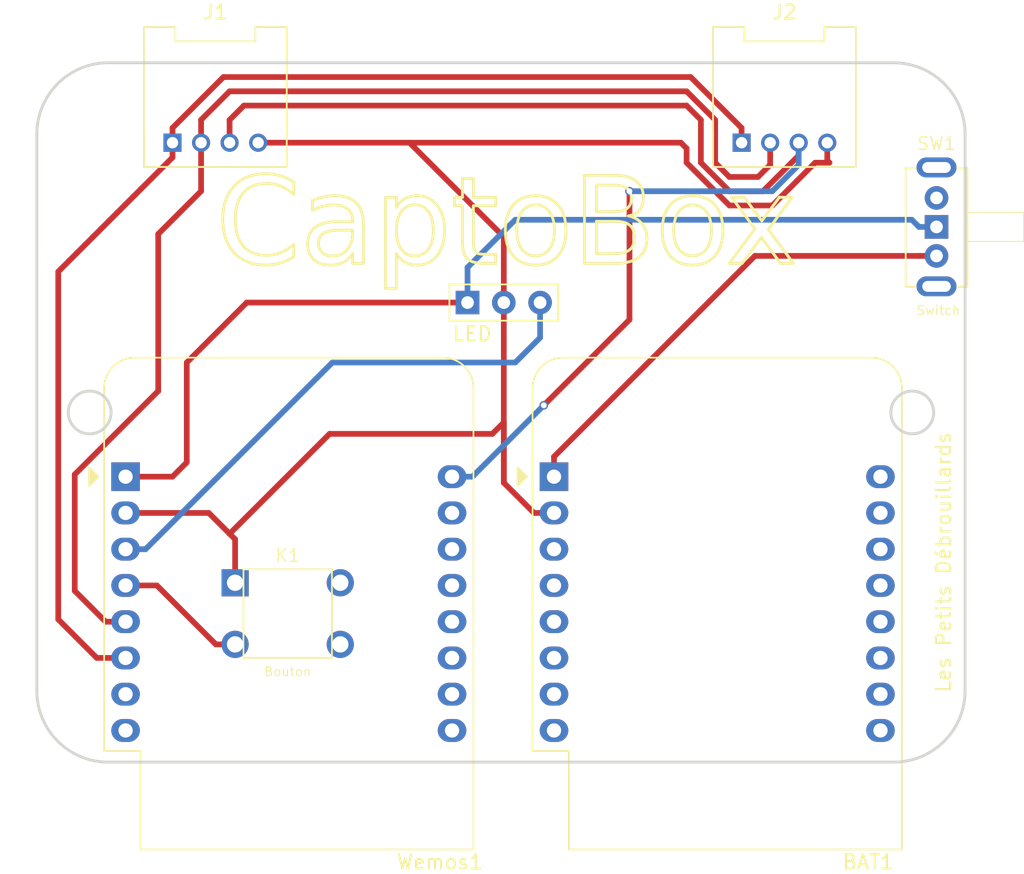
<source format=kicad_pcb>
(kicad_pcb (version 20171130) (host pcbnew 5.1.5)

  (general
    (thickness 1.6)
    (drawings 173)
    (tracks 90)
    (zones 0)
    (modules 7)
    (nets 37)
  )

  (page A4)
  (layers
    (0 F.Cu signal)
    (31 B.Cu signal)
    (32 B.Adhes user)
    (33 F.Adhes user)
    (34 B.Paste user)
    (35 F.Paste user)
    (36 B.SilkS user)
    (37 F.SilkS user)
    (38 B.Mask user)
    (39 F.Mask user)
    (40 Dwgs.User user)
    (41 Cmts.User user)
    (42 Eco1.User user)
    (43 Eco2.User user)
    (44 Edge.Cuts user)
    (45 Margin user)
    (46 B.CrtYd user)
    (47 F.CrtYd user)
    (48 B.Fab user)
    (49 F.Fab user)
  )

  (setup
    (last_trace_width 0.4)
    (user_trace_width 0.4)
    (user_trace_width 0.8)
    (trace_clearance 0.2)
    (zone_clearance 0.8)
    (zone_45_only no)
    (trace_min 0.2)
    (via_size 0.6)
    (via_drill 0.4)
    (via_min_size 0.4)
    (via_min_drill 0.3)
    (uvia_size 0.3)
    (uvia_drill 0.1)
    (uvias_allowed no)
    (uvia_min_size 0.2)
    (uvia_min_drill 0.1)
    (edge_width 0.15)
    (segment_width 0.2)
    (pcb_text_width 0.3)
    (pcb_text_size 1.5 1.5)
    (mod_edge_width 0.15)
    (mod_text_size 1 1)
    (mod_text_width 0.15)
    (pad_size 2.3 2.3)
    (pad_drill 1.3)
    (pad_to_mask_clearance 0.2)
    (aux_axis_origin 0 0)
    (visible_elements FFFDFFFF)
    (pcbplotparams
      (layerselection 0x010f0_ffffffff)
      (usegerberextensions true)
      (usegerberattributes false)
      (usegerberadvancedattributes false)
      (creategerberjobfile false)
      (excludeedgelayer true)
      (linewidth 0.200000)
      (plotframeref false)
      (viasonmask false)
      (mode 1)
      (useauxorigin false)
      (hpglpennumber 1)
      (hpglpenspeed 20)
      (hpglpendiameter 15.000000)
      (psnegative false)
      (psa4output false)
      (plotreference true)
      (plotvalue true)
      (plotinvisibletext false)
      (padsonsilk false)
      (subtractmaskfromsilk false)
      (outputformat 1)
      (mirror false)
      (drillshape 0)
      (scaleselection 1)
      (outputdirectory "production/"))
  )

  (net 0 "")
  (net 1 5V)
  (net 2 D4)
  (net 3 GND)
  (net 4 RX)
  (net 5 TX)
  (net 6 3,3V)
  (net 7 GPIO5)
  (net 8 GPIO4)
  (net 9 "Net-(K1-Pad3)")
  (net 10 "Net-(K1-Pad4)")
  (net 11 A0)
  (net 12 D3)
  (net 13 VCC)
  (net 14 "Net-(SW1-PadNC1)")
  (net 15 "Net-(SW1-PadNC2)")
  (net 16 "Net-(SW1-PadA)")
  (net 17 "Net-(BAT1-Pad16)")
  (net 18 "Net-(BAT1-Pad15)")
  (net 19 "Net-(BAT1-Pad14)")
  (net 20 "Net-(BAT1-Pad13)")
  (net 21 "Net-(BAT1-Pad12)")
  (net 22 "Net-(BAT1-Pad11)")
  (net 23 "Net-(BAT1-Pad10)")
  (net 24 "Net-(BAT1-Pad9)")
  (net 25 "Net-(BAT1-Pad8)")
  (net 26 "Net-(BAT1-Pad7)")
  (net 27 "Net-(BAT1-Pad6)")
  (net 28 "Net-(BAT1-Pad5)")
  (net 29 "Net-(BAT1-Pad4)")
  (net 30 "Net-(BAT1-Pad3)")
  (net 31 "Net-(Wemos1-Pad9)")
  (net 32 "Net-(Wemos1-Pad11)")
  (net 33 "Net-(Wemos1-Pad12)")
  (net 34 "Net-(Wemos1-Pad13)")
  (net 35 "Net-(Wemos1-Pad14)")
  (net 36 "Net-(Wemos1-Pad15)")

  (net_class Default "Ceci est la Netclass par défaut"
    (clearance 0.2)
    (trace_width 0.25)
    (via_dia 0.6)
    (via_drill 0.4)
    (uvia_dia 0.3)
    (uvia_drill 0.1)
    (add_net 3,3V)
    (add_net 5V)
    (add_net A0)
    (add_net D3)
    (add_net D4)
    (add_net GND)
    (add_net GPIO4)
    (add_net GPIO5)
    (add_net "Net-(BAT1-Pad10)")
    (add_net "Net-(BAT1-Pad11)")
    (add_net "Net-(BAT1-Pad12)")
    (add_net "Net-(BAT1-Pad13)")
    (add_net "Net-(BAT1-Pad14)")
    (add_net "Net-(BAT1-Pad15)")
    (add_net "Net-(BAT1-Pad16)")
    (add_net "Net-(BAT1-Pad3)")
    (add_net "Net-(BAT1-Pad4)")
    (add_net "Net-(BAT1-Pad5)")
    (add_net "Net-(BAT1-Pad6)")
    (add_net "Net-(BAT1-Pad7)")
    (add_net "Net-(BAT1-Pad8)")
    (add_net "Net-(BAT1-Pad9)")
    (add_net "Net-(K1-Pad3)")
    (add_net "Net-(K1-Pad4)")
    (add_net "Net-(SW1-PadA)")
    (add_net "Net-(SW1-PadNC1)")
    (add_net "Net-(SW1-PadNC2)")
    (add_net "Net-(Wemos1-Pad11)")
    (add_net "Net-(Wemos1-Pad12)")
    (add_net "Net-(Wemos1-Pad13)")
    (add_net "Net-(Wemos1-Pad14)")
    (add_net "Net-(Wemos1-Pad15)")
    (add_net "Net-(Wemos1-Pad9)")
    (add_net RX)
    (add_net TX)
    (add_net VCC)
  )

  (module Module:WEMOS_D1_mini_light2 (layer F.Cu) (tedit 5DD69D76) (tstamp 5E601147)
    (at 164.715001 100)
    (descr "16-pin module, column spacing 22.86 mm (900 mils), https://wiki.wemos.cc/products:d1:d1_mini, https://c1.staticflickr.com/1/734/31400410271_f278b087db_z.jpg")
    (tags "ESP8266 WiFi microcontroller")
    (path /59CB7013)
    (fp_text reference BAT1 (at 22 27) (layer F.SilkS)
      (effects (font (size 1 1) (thickness 0.15)))
    )
    (fp_text value Shield_bat (at 11.7 0) (layer F.Fab)
      (effects (font (size 1 1) (thickness 0.15)))
    )
    (fp_arc (start 22.23 -6.21) (end 24.36 -6.21) (angle -90) (layer F.SilkS) (width 0.12))
    (fp_arc (start 0.63 -6.21) (end 0.63 -8.34) (angle -90) (layer F.SilkS) (width 0.12))
    (fp_line (start 1.04 19.22) (end 1.04 26.12) (layer F.SilkS) (width 0.12))
    (fp_line (start -1.5 19.22) (end 1.04 19.22) (layer F.SilkS) (width 0.12))
    (fp_arc (start 22.23 -6.21) (end 24.23 -6.19) (angle -90) (layer F.Fab) (width 0.1))
    (fp_arc (start 0.63 -6.21) (end 0.63 -8.21) (angle -90) (layer F.Fab) (width 0.1))
    (fp_line (start -0.37 0) (end -1.37 -1) (layer F.Fab) (width 0.1))
    (fp_line (start -1.37 1) (end -0.37 0) (layer F.Fab) (width 0.1))
    (fp_line (start -1.37 -6.21) (end -1.37 -1) (layer F.Fab) (width 0.1))
    (fp_line (start 1.17 19.09) (end 1.17 25.99) (layer F.Fab) (width 0.1))
    (fp_line (start -1.37 19.09) (end 1.17 19.09) (layer F.Fab) (width 0.1))
    (fp_poly (pts (xy -2.54 -0.635) (xy -2.54 0.635) (xy -1.905 0)) (layer F.SilkS) (width 0.15))
    (fp_line (start -1.62 26.24) (end -1.62 -8.46) (layer F.CrtYd) (width 0.05))
    (fp_line (start 24.48 26.24) (end -1.62 26.24) (layer F.CrtYd) (width 0.05))
    (fp_line (start 24.48 -8.41) (end 24.48 26.24) (layer F.CrtYd) (width 0.05))
    (fp_line (start -1.62 -8.46) (end 24.48 -8.46) (layer F.CrtYd) (width 0.05))
    (fp_text user %R (at 12.284999 17) (layer F.Fab)
      (effects (font (size 1 1) (thickness 0.15)))
    )
    (fp_line (start -1.37 1) (end -1.37 19.09) (layer F.Fab) (width 0.1))
    (fp_line (start 22.23 -8.21) (end 0.63 -8.21) (layer F.Fab) (width 0.1))
    (fp_line (start 24.23 25.99) (end 24.23 -6.21) (layer F.Fab) (width 0.1))
    (fp_line (start 1.17 25.99) (end 24.23 25.99) (layer F.Fab) (width 0.1))
    (fp_line (start 22.24 -8.34) (end 0.63 -8.34) (layer F.SilkS) (width 0.12))
    (fp_line (start 24.36 26.12) (end 24.36 -6.21) (layer F.SilkS) (width 0.12))
    (fp_line (start -1.5 19.22) (end -1.5 -6.21) (layer F.SilkS) (width 0.12))
    (fp_line (start 1.04 26.12) (end 24.36 26.12) (layer F.SilkS) (width 0.12))
    (pad 16 thru_hole oval (at 22.86 0) (size 2 1.6) (drill 1) (layers *.Cu *.Mask)
      (net 17 "Net-(BAT1-Pad16)"))
    (pad 15 thru_hole oval (at 22.86 2.54) (size 2 1.6) (drill 1) (layers *.Cu *.Mask)
      (net 18 "Net-(BAT1-Pad15)"))
    (pad 14 thru_hole oval (at 22.86 5.08) (size 2 1.6) (drill 1) (layers *.Cu *.Mask)
      (net 19 "Net-(BAT1-Pad14)"))
    (pad 13 thru_hole oval (at 22.86 7.62) (size 2 1.6) (drill 1) (layers *.Cu *.Mask)
      (net 20 "Net-(BAT1-Pad13)"))
    (pad 12 thru_hole oval (at 22.86 10.16) (size 2 1.6) (drill 1) (layers *.Cu *.Mask)
      (net 21 "Net-(BAT1-Pad12)"))
    (pad 11 thru_hole oval (at 22.86 12.7) (size 2 1.6) (drill 1) (layers *.Cu *.Mask)
      (net 22 "Net-(BAT1-Pad11)"))
    (pad 10 thru_hole oval (at 22.86 15.24) (size 2 1.6) (drill 1) (layers *.Cu *.Mask)
      (net 23 "Net-(BAT1-Pad10)"))
    (pad 9 thru_hole oval (at 22.86 17.78) (size 2 1.6) (drill 1) (layers *.Cu *.Mask)
      (net 24 "Net-(BAT1-Pad9)"))
    (pad 8 thru_hole oval (at 0 17.78) (size 2 1.6) (drill 1) (layers *.Cu *.Mask)
      (net 25 "Net-(BAT1-Pad8)"))
    (pad 7 thru_hole oval (at 0 15.24) (size 2 1.6) (drill 1) (layers *.Cu *.Mask)
      (net 26 "Net-(BAT1-Pad7)"))
    (pad 6 thru_hole oval (at 0 12.7) (size 2 1.6) (drill 1) (layers *.Cu *.Mask)
      (net 27 "Net-(BAT1-Pad6)"))
    (pad 5 thru_hole oval (at 0 10.16) (size 2 1.6) (drill 1) (layers *.Cu *.Mask)
      (net 28 "Net-(BAT1-Pad5)"))
    (pad 4 thru_hole oval (at 0 7.62) (size 2 1.6) (drill 1) (layers *.Cu *.Mask)
      (net 29 "Net-(BAT1-Pad4)"))
    (pad 3 thru_hole oval (at 0 5.08) (size 2 1.6) (drill 1) (layers *.Cu *.Mask)
      (net 30 "Net-(BAT1-Pad3)"))
    (pad 1 thru_hole rect (at 0 0) (size 2 2) (drill 1) (layers *.Cu *.Mask)
      (net 13 VCC))
    (pad 2 thru_hole oval (at 0 2.54) (size 2 1.6) (drill 1) (layers *.Cu *.Mask)
      (net 3 GND))
    (model ${KISYS3DMOD}/Module.3dshapes/WEMOS_D1_mini_light.wrl
      (at (xyz 0 0 0))
      (scale (xyz 1 1 1))
      (rotate (xyz 0 0 0))
    )
    (model ${KISYS3DMOD}/Connector_PinHeader_2.54mm.3dshapes/PinHeader_1x08_P2.54mm_Vertical.wrl
      (offset (xyz 0 0 9.5))
      (scale (xyz 1 1 1))
      (rotate (xyz 0 -180 0))
    )
    (model ${KISYS3DMOD}/Connector_PinHeader_2.54mm.3dshapes/PinHeader_1x08_P2.54mm_Vertical.wrl
      (offset (xyz 22.86 0 9.5))
      (scale (xyz 1 1 1))
      (rotate (xyz 0 -180 0))
    )
    (model ${KISYS3DMOD}/Connector_PinSocket_2.54mm.3dshapes/PinSocket_1x08_P2.54mm_Vertical.wrl
      (at (xyz 0 0 0))
      (scale (xyz 1 1 1))
      (rotate (xyz 0 0 0))
    )
    (model ${KISYS3DMOD}/Connector_PinSocket_2.54mm.3dshapes/PinSocket_1x08_P2.54mm_Vertical.wrl
      (offset (xyz 22.86 0 0))
      (scale (xyz 1 1 1))
      (rotate (xyz 0 0 0))
    )
  )

  (module Module:WEMOS_D1_mini_light2 (layer F.Cu) (tedit 5DD69D76) (tstamp 5E602A45)
    (at 134.715001 100)
    (descr "16-pin module, column spacing 22.86 mm (900 mils), https://wiki.wemos.cc/products:d1:d1_mini, https://c1.staticflickr.com/1/734/31400410271_f278b087db_z.jpg")
    (tags "ESP8266 WiFi microcontroller")
    (path /59CB5912)
    (fp_text reference Wemos1 (at 22 27) (layer F.SilkS)
      (effects (font (size 1 1) (thickness 0.15)))
    )
    (fp_text value WeMos_mini (at 11.7 0) (layer F.Fab)
      (effects (font (size 1 1) (thickness 0.15)))
    )
    (fp_line (start 1.04 26.12) (end 24.36 26.12) (layer F.SilkS) (width 0.12))
    (fp_line (start -1.5 19.22) (end -1.5 -6.21) (layer F.SilkS) (width 0.12))
    (fp_line (start 24.36 26.12) (end 24.36 -6.21) (layer F.SilkS) (width 0.12))
    (fp_line (start 22.24 -8.34) (end 0.63 -8.34) (layer F.SilkS) (width 0.12))
    (fp_line (start 1.17 25.99) (end 24.23 25.99) (layer F.Fab) (width 0.1))
    (fp_line (start 24.23 25.99) (end 24.23 -6.21) (layer F.Fab) (width 0.1))
    (fp_line (start 22.23 -8.21) (end 0.63 -8.21) (layer F.Fab) (width 0.1))
    (fp_line (start -1.37 1) (end -1.37 19.09) (layer F.Fab) (width 0.1))
    (fp_text user %R (at 11.284999 17) (layer F.Fab)
      (effects (font (size 1 1) (thickness 0.15)))
    )
    (fp_line (start -1.62 -8.46) (end 24.48 -8.46) (layer F.CrtYd) (width 0.05))
    (fp_line (start 24.48 -8.41) (end 24.48 26.24) (layer F.CrtYd) (width 0.05))
    (fp_line (start 24.48 26.24) (end -1.62 26.24) (layer F.CrtYd) (width 0.05))
    (fp_line (start -1.62 26.24) (end -1.62 -8.46) (layer F.CrtYd) (width 0.05))
    (fp_poly (pts (xy -2.54 -0.635) (xy -2.54 0.635) (xy -1.905 0)) (layer F.SilkS) (width 0.15))
    (fp_line (start -1.37 19.09) (end 1.17 19.09) (layer F.Fab) (width 0.1))
    (fp_line (start 1.17 19.09) (end 1.17 25.99) (layer F.Fab) (width 0.1))
    (fp_line (start -1.37 -6.21) (end -1.37 -1) (layer F.Fab) (width 0.1))
    (fp_line (start -1.37 1) (end -0.37 0) (layer F.Fab) (width 0.1))
    (fp_line (start -0.37 0) (end -1.37 -1) (layer F.Fab) (width 0.1))
    (fp_arc (start 0.63 -6.21) (end 0.63 -8.21) (angle -90) (layer F.Fab) (width 0.1))
    (fp_arc (start 22.23 -6.21) (end 24.23 -6.19) (angle -90) (layer F.Fab) (width 0.1))
    (fp_line (start -1.5 19.22) (end 1.04 19.22) (layer F.SilkS) (width 0.12))
    (fp_line (start 1.04 19.22) (end 1.04 26.12) (layer F.SilkS) (width 0.12))
    (fp_arc (start 0.63 -6.21) (end 0.63 -8.34) (angle -90) (layer F.SilkS) (width 0.12))
    (fp_arc (start 22.23 -6.21) (end 24.36 -6.21) (angle -90) (layer F.SilkS) (width 0.12))
    (pad 2 thru_hole oval (at 0 2.54) (size 2 1.6) (drill 1) (layers *.Cu *.Mask)
      (net 3 GND))
    (pad 1 thru_hole rect (at 0 0) (size 2 2) (drill 1) (layers *.Cu *.Mask)
      (net 1 5V))
    (pad 3 thru_hole oval (at 0 5.08) (size 2 1.6) (drill 1) (layers *.Cu *.Mask)
      (net 2 D4))
    (pad 4 thru_hole oval (at 0 7.62) (size 2 1.6) (drill 1) (layers *.Cu *.Mask)
      (net 12 D3))
    (pad 5 thru_hole oval (at 0 10.16) (size 2 1.6) (drill 1) (layers *.Cu *.Mask)
      (net 8 GPIO4))
    (pad 6 thru_hole oval (at 0 12.7) (size 2 1.6) (drill 1) (layers *.Cu *.Mask)
      (net 7 GPIO5))
    (pad 7 thru_hole oval (at 0 15.24) (size 2 1.6) (drill 1) (layers *.Cu *.Mask)
      (net 4 RX))
    (pad 8 thru_hole oval (at 0 17.78) (size 2 1.6) (drill 1) (layers *.Cu *.Mask)
      (net 5 TX))
    (pad 9 thru_hole oval (at 22.86 17.78) (size 2 1.6) (drill 1) (layers *.Cu *.Mask)
      (net 31 "Net-(Wemos1-Pad9)"))
    (pad 10 thru_hole oval (at 22.86 15.24) (size 2 1.6) (drill 1) (layers *.Cu *.Mask)
      (net 11 A0))
    (pad 11 thru_hole oval (at 22.86 12.7) (size 2 1.6) (drill 1) (layers *.Cu *.Mask)
      (net 32 "Net-(Wemos1-Pad11)"))
    (pad 12 thru_hole oval (at 22.86 10.16) (size 2 1.6) (drill 1) (layers *.Cu *.Mask)
      (net 33 "Net-(Wemos1-Pad12)"))
    (pad 13 thru_hole oval (at 22.86 7.62) (size 2 1.6) (drill 1) (layers *.Cu *.Mask)
      (net 34 "Net-(Wemos1-Pad13)"))
    (pad 14 thru_hole oval (at 22.86 5.08) (size 2 1.6) (drill 1) (layers *.Cu *.Mask)
      (net 35 "Net-(Wemos1-Pad14)"))
    (pad 15 thru_hole oval (at 22.86 2.54) (size 2 1.6) (drill 1) (layers *.Cu *.Mask)
      (net 36 "Net-(Wemos1-Pad15)"))
    (pad 16 thru_hole oval (at 22.86 0) (size 2 1.6) (drill 1) (layers *.Cu *.Mask)
      (net 6 3,3V))
    (model ${KISYS3DMOD}/Module.3dshapes/WEMOS_D1_mini_light.wrl
      (at (xyz 0 0 0))
      (scale (xyz 1 1 1))
      (rotate (xyz 0 0 0))
    )
    (model ${KISYS3DMOD}/Connector_PinHeader_2.54mm.3dshapes/PinHeader_1x08_P2.54mm_Vertical.wrl
      (offset (xyz 0 0 9.5))
      (scale (xyz 1 1 1))
      (rotate (xyz 0 -180 0))
    )
    (model ${KISYS3DMOD}/Connector_PinHeader_2.54mm.3dshapes/PinHeader_1x08_P2.54mm_Vertical.wrl
      (offset (xyz 22.86 0 9.5))
      (scale (xyz 1 1 1))
      (rotate (xyz 0 -180 0))
    )
    (model ${KISYS3DMOD}/Connector_PinSocket_2.54mm.3dshapes/PinSocket_1x08_P2.54mm_Vertical.wrl
      (at (xyz 0 0 0))
      (scale (xyz 1 1 1))
      (rotate (xyz 0 0 0))
    )
    (model ${KISYS3DMOD}/Connector_PinSocket_2.54mm.3dshapes/PinSocket_1x08_P2.54mm_Vertical.wrl
      (offset (xyz 22.86 0 0))
      (scale (xyz 1 1 1))
      (rotate (xyz 0 0 0))
    )
  )

  (module SeeedStudio_OPL_Connectors:HW4-2.0-90D (layer F.Cu) (tedit 5BD4AAAC) (tstamp 5E6032C1)
    (at 141 73.4)
    (path /59CB5F49)
    (attr virtual)
    (fp_text reference J1 (at 0 -5.95) (layer F.SilkS)
      (effects (font (size 1 1) (thickness 0.15)))
    )
    (fp_text value GROVE-CONNECTOR-DIP-90D_4P-2.0_ (at -0.025 6.45) (layer F.Fab)
      (effects (font (size 1 1) (thickness 0.15)))
    )
    (fp_line (start -5.25 5.15) (end 5.25 5.15) (layer F.CrtYd) (width 0.05))
    (fp_line (start -5.25 -5.15) (end -5.25 5.15) (layer F.CrtYd) (width 0.05))
    (fp_line (start 5.25 -5.15) (end -5.25 -5.15) (layer F.CrtYd) (width 0.05))
    (fp_line (start 5.25 5.15) (end 5.25 -5.15) (layer F.CrtYd) (width 0.05))
    (fp_text user REF** (at 0 0) (layer F.Fab)
      (effects (font (size 1 1) (thickness 0.15)))
    )
    (fp_line (start -5.00092 -4.9) (end -2.8 -4.9) (layer F.SilkS) (width 0.127))
    (fp_line (start -2.8 -4.9) (end -2.8 -3.8989) (layer F.SilkS) (width 0.127))
    (fp_line (start -2.79908 -3.9) (end 2.79908 -3.9) (layer F.SilkS) (width 0.127))
    (fp_line (start 2.79908 -3.8989) (end 2.79908 -4.9) (layer F.SilkS) (width 0.127))
    (fp_line (start 2.79908 -4.9) (end 5 -4.9) (layer F.SilkS) (width 0.127))
    (fp_line (start 5 4.9) (end 5 -4.9) (layer F.Fab) (width 0.1))
    (fp_line (start 2.79908 -4.9) (end 5 -4.9) (layer F.Fab) (width 0.1))
    (fp_line (start 2.79908 -3.8989) (end 2.79908 -4.9) (layer F.Fab) (width 0.1))
    (fp_line (start -2.79908 -3.8989) (end 2.79908 -3.8989) (layer F.Fab) (width 0.1))
    (fp_line (start -2.79908 -4.9) (end -2.79908 -3.8989) (layer F.Fab) (width 0.1))
    (fp_line (start -5 -4.9) (end -2.79908 -4.9) (layer F.Fab) (width 0.1))
    (fp_line (start -5 1.6) (end 5 1.6) (layer F.Fab) (width 0.1))
    (fp_line (start -5 4.9) (end -5 -4.9) (layer F.Fab) (width 0.1))
    (fp_line (start 5 4.9) (end -5 4.9) (layer F.SilkS) (width 0.127))
    (fp_line (start 5 -4.9) (end 5 4.9) (layer F.SilkS) (width 0.127))
    (fp_line (start -5 4.9) (end 5 4.9) (layer F.Fab) (width 0.1))
    (fp_line (start -5 -4.9) (end -5 4.9) (layer F.SilkS) (width 0.127))
    (fp_line (start -4.99872 2.5019) (end -4.99872 4.49834) (layer F.SilkS) (width 0.127))
    (pad 4 thru_hole circle (at 2.99974 3.2) (size 1.27 1.27) (drill 0.79756) (layers *.Cu *.Mask)
      (net 3 GND))
    (pad 3 thru_hole circle (at 0.99822 3.2) (size 1.27 1.27) (drill 0.79756) (layers *.Cu *.Mask)
      (net 6 3,3V))
    (pad 2 thru_hole circle (at -0.99822 3.2) (size 1.27 1.27) (drill 0.79756) (layers *.Cu *.Mask)
      (net 8 GPIO4))
    (pad 1 thru_hole rect (at -2.99974 3.20012) (size 1.27 1.27) (drill 0.79756) (layers *.Cu *.Mask)
      (net 7 GPIO5))
  )

  (module SeeedStudio_OPL_Connectors:H3-2.54 (layer F.Cu) (tedit 5C3806C8) (tstamp 5E60108D)
    (at 161.2 87.8 180)
    (path /59CB64BA)
    (attr virtual)
    (fp_text reference LED (at 2.2 -2.2 180) (layer F.SilkS)
      (effects (font (size 1 1) (thickness 0.15)))
    )
    (fp_text value DIP-BLACK-MALE-HEADER-VERT_3P-2.54_ (at 0 2.65 180) (layer F.Fab)
      (effects (font (size 1 1) (thickness 0.15)))
    )
    (fp_line (start 3.81 1.27) (end -3.81 1.27) (layer F.SilkS) (width 0.127))
    (fp_line (start 3.81 -1.27) (end 3.81 1.27) (layer F.SilkS) (width 0.127))
    (fp_line (start -3.81 -1.27) (end 3.81 -1.27) (layer F.SilkS) (width 0.127))
    (fp_line (start -3.81 1.27) (end -3.81 -1.27) (layer F.SilkS) (width 0.127))
    (fp_line (start -3.81 1.265) (end -3.81 -1.275) (layer F.Fab) (width 0.1))
    (fp_line (start -3.81 -1.275) (end 3.81 -1.275) (layer F.Fab) (width 0.1))
    (fp_line (start 3.81 1.27) (end -3.81 1.27) (layer F.Fab) (width 0.1))
    (fp_line (start 3.81 -1.27) (end 3.81 1.27) (layer F.Fab) (width 0.1))
    (fp_line (start 4.075 -1.525) (end 4.075 1.525) (layer F.CrtYd) (width 0.05))
    (fp_line (start 4.075 1.525) (end -4.075 1.525) (layer F.CrtYd) (width 0.05))
    (fp_line (start -4.075 1.525) (end -4.075 -1.525) (layer F.CrtYd) (width 0.05))
    (fp_line (start -4.075 -1.525) (end 4.075 -1.525) (layer F.CrtYd) (width 0.05))
    (fp_text user %R (at 0 -2.7) (layer F.Fab)
      (effects (font (size 1 1) (thickness 0.15)))
    )
    (pad 3 thru_hole circle (at -2.54 0 270) (size 1.651 1.651) (drill 0.889) (layers *.Cu *.Mask)
      (net 2 D4))
    (pad 2 thru_hole circle (at 0 0 270) (size 1.651 1.651) (drill 0.889) (layers *.Cu *.Mask)
      (net 3 GND))
    (pad 1 thru_hole rect (at 2.54 0 270) (size 1.651 1.651) (drill 0.889) (layers *.Cu *.Mask)
      (net 1 5V))
  )

  (module SeeedStudio_OPL_Connectors:HW4-2.0-90D (layer F.Cu) (tedit 5BD4AAAC) (tstamp 5E602D74)
    (at 180.85026 73.4)
    (path /59CB5D60)
    (attr virtual)
    (fp_text reference J2 (at 0 -5.95) (layer F.SilkS)
      (effects (font (size 1 1) (thickness 0.15)))
    )
    (fp_text value GROVE-CONNECTOR-DIP-90D_4P-2.0_ (at -0.025 6.45) (layer F.Fab)
      (effects (font (size 1 1) (thickness 0.15)))
    )
    (fp_line (start -4.99872 2.5019) (end -4.99872 4.49834) (layer F.SilkS) (width 0.127))
    (fp_line (start -5 -4.9) (end -5 4.9) (layer F.SilkS) (width 0.127))
    (fp_line (start -5 4.9) (end 5 4.9) (layer F.Fab) (width 0.1))
    (fp_line (start 5 -4.9) (end 5 4.9) (layer F.SilkS) (width 0.127))
    (fp_line (start 5 4.9) (end -5 4.9) (layer F.SilkS) (width 0.127))
    (fp_line (start -5 4.9) (end -5 -4.9) (layer F.Fab) (width 0.1))
    (fp_line (start -5 1.6) (end 5 1.6) (layer F.Fab) (width 0.1))
    (fp_line (start -5 -4.9) (end -2.79908 -4.9) (layer F.Fab) (width 0.1))
    (fp_line (start -2.79908 -4.9) (end -2.79908 -3.8989) (layer F.Fab) (width 0.1))
    (fp_line (start -2.79908 -3.8989) (end 2.79908 -3.8989) (layer F.Fab) (width 0.1))
    (fp_line (start 2.79908 -3.8989) (end 2.79908 -4.9) (layer F.Fab) (width 0.1))
    (fp_line (start 2.79908 -4.9) (end 5 -4.9) (layer F.Fab) (width 0.1))
    (fp_line (start 5 4.9) (end 5 -4.9) (layer F.Fab) (width 0.1))
    (fp_line (start 2.79908 -4.9) (end 5 -4.9) (layer F.SilkS) (width 0.127))
    (fp_line (start 2.79908 -3.8989) (end 2.79908 -4.9) (layer F.SilkS) (width 0.127))
    (fp_line (start -2.79908 -3.9) (end 2.79908 -3.9) (layer F.SilkS) (width 0.127))
    (fp_line (start -2.8 -4.9) (end -2.8 -3.8989) (layer F.SilkS) (width 0.127))
    (fp_line (start -5.00092 -4.9) (end -2.8 -4.9) (layer F.SilkS) (width 0.127))
    (fp_text user REF** (at 0 0) (layer F.Fab)
      (effects (font (size 1 1) (thickness 0.15)))
    )
    (fp_line (start 5.25 5.15) (end 5.25 -5.15) (layer F.CrtYd) (width 0.05))
    (fp_line (start 5.25 -5.15) (end -5.25 -5.15) (layer F.CrtYd) (width 0.05))
    (fp_line (start -5.25 -5.15) (end -5.25 5.15) (layer F.CrtYd) (width 0.05))
    (fp_line (start -5.25 5.15) (end 5.25 5.15) (layer F.CrtYd) (width 0.05))
    (pad 1 thru_hole rect (at -2.99974 3.20012) (size 1.27 1.27) (drill 0.79756) (layers *.Cu *.Mask)
      (net 7 GPIO5))
    (pad 2 thru_hole circle (at -0.99822 3.2) (size 1.27 1.27) (drill 0.79756) (layers *.Cu *.Mask)
      (net 8 GPIO4))
    (pad 3 thru_hole circle (at 0.99822 3.2) (size 1.27 1.27) (drill 0.79756) (layers *.Cu *.Mask)
      (net 6 3,3V))
    (pad 4 thru_hole circle (at 2.99974 3.2) (size 1.27 1.27) (drill 0.79756) (layers *.Cu *.Mask)
      (net 3 GND))
  )

  (module SeeedStudio_OPL_Switch:SW5-2.0-8.8X4.4X4.7MM-90D (layer F.Cu) (tedit 5B9E6D06) (tstamp 5E6010ED)
    (at 191.5 82.5)
    (path /59CB8D80)
    (attr virtual)
    (fp_text reference SW1 (at 0 -5.842) (layer F.SilkS)
      (effects (font (size 0.889 0.889) (thickness 0.1016)))
    )
    (fp_text value Switch (at 0.127 5.842) (layer F.SilkS)
      (effects (font (size 0.635 0.635) (thickness 0.0762)))
    )
    (fp_line (start 2.159 1.016) (end 6.096 1.016) (layer F.SilkS) (width 0.06604))
    (fp_line (start 6.096 1.016) (end 6.096 -1.016) (layer F.SilkS) (width 0.06604))
    (fp_line (start 2.159 -1.016) (end 6.096 -1.016) (layer F.SilkS) (width 0.06604))
    (fp_line (start 2.159 1.016) (end 2.159 -1.016) (layer F.SilkS) (width 0.06604))
    (fp_line (start 2.159 4.1402) (end 2.159 -4.1402) (layer F.SilkS) (width 0.06604))
    (fp_line (start -2.159 4.1402) (end -2.159 -4.1402) (layer F.SilkS) (width 0.06604))
    (fp_line (start 2.159 -4.1656) (end 2.159 4.1656) (layer F.SilkS) (width 0.127))
    (fp_line (start -2.159 4.1656) (end -2.159 -4.1656) (layer F.SilkS) (width 0.127))
    (fp_line (start -2.159 4.19862) (end -1.4986 4.19862) (layer F.SilkS) (width 0.127))
    (fp_line (start 2.159 4.19862) (end 1.4986 4.19862) (layer F.SilkS) (width 0.127))
    (fp_line (start -2.159 -4.09956) (end -1.4986 -4.09956) (layer F.SilkS) (width 0.127))
    (fp_line (start 2.159 -4.09956) (end 1.4986 -4.09956) (layer F.SilkS) (width 0.127))
    (pad A thru_hole circle (at 0 -2.032) (size 1.651 1.651) (drill 0.889) (layers *.Cu *.Mask)
      (net 16 "Net-(SW1-PadA)"))
    (pad B thru_hole circle (at 0 2.032) (size 1.651 1.651) (drill 0.889) (layers *.Cu *.Mask)
      (net 13 VCC))
    (pad COM thru_hole rect (at 0 0) (size 1.651 1.651) (drill 0.889) (layers *.Cu *.Mask)
      (net 1 5V))
    (pad NC1 thru_hole oval (at 0 -4.1656 90) (size 1.397 2.794) (drill oval 0.762 2) (layers *.Cu *.Mask)
      (net 14 "Net-(SW1-PadNC1)"))
    (pad NC2 thru_hole oval (at 0 4.1656 90) (size 1.397 2.794) (drill oval 0.762 2) (layers *.Cu *.Mask)
      (net 15 "Net-(SW1-PadNC2)"))
  )

  (module SeeedStudio_OPL_Switch:SW4-6.0X6.0X5.0MM (layer F.Cu) (tedit 5B9E6B89) (tstamp 5E6015E5)
    (at 146.067 109.591)
    (path /59CB5C4A)
    (attr virtual)
    (fp_text reference K1 (at 0 -4.064) (layer F.SilkS)
      (effects (font (size 0.889 0.889) (thickness 0.1016)))
    )
    (fp_text value Bouton (at 0 4.064) (layer F.SilkS)
      (effects (font (size 0.635 0.635) (thickness 0.0762)))
    )
    (fp_line (start -3.0988 3.0988) (end -3.0988 -3.0988) (layer F.SilkS) (width 0.127))
    (fp_line (start 3.0988 3.0988) (end -3.0988 3.0988) (layer F.SilkS) (width 0.127))
    (fp_line (start 3.0988 -3.0988) (end 3.0988 3.0988) (layer F.SilkS) (width 0.127))
    (fp_line (start -3.0988 -3.0988) (end 3.0988 -3.0988) (layer F.SilkS) (width 0.127))
    (fp_line (start -3.0988 3.0988) (end -3.0988 -3.0988) (layer F.SilkS) (width 0.06604))
    (fp_line (start -3.0988 -3.0988) (end 3.0988 -3.0988) (layer F.SilkS) (width 0.06604))
    (fp_line (start 3.0988 3.0988) (end 3.0988 -3.0988) (layer F.SilkS) (width 0.06604))
    (fp_line (start -3.0988 3.0988) (end 3.0988 3.0988) (layer F.SilkS) (width 0.06604))
    (pad 4 thru_hole circle (at 3.683 -2.159) (size 1.905 1.905) (drill 1.143) (layers *.Cu *.Mask)
      (net 10 "Net-(K1-Pad4)"))
    (pad 3 thru_hole circle (at 3.683 2.159) (size 1.905 1.905) (drill 1.143) (layers *.Cu *.Mask)
      (net 9 "Net-(K1-Pad3)"))
    (pad 2 thru_hole circle (at -3.683 2.159) (size 1.905 1.905) (drill 1.143) (layers *.Cu *.Mask)
      (net 12 D3))
    (pad 1 thru_hole rect (at -3.683 -2.159) (size 1.905 1.905) (drill 1.143) (layers *.Cu *.Mask)
      (net 3 GND))
  )

  (gr_text "Les Petits Débrouillards" (at 192 106 90) (layer F.SilkS)
    (effects (font (size 1 1) (thickness 0.15)))
  )
  (gr_curve (pts (xy 159.854636 85.055283) (xy 159.267579 85.055283) (xy 158.862431 84.946416) (xy 158.639193 84.728681)) (layer F.SilkS) (width 0.2))
  (gr_line (start 159.069141 81.01626) (end 159.069141 83.529801) (layer F.SilkS) (width 0.2))
  (gr_curve (pts (xy 175.737891 82.744306) (xy 175.737891 82.195843) (xy 175.619384 81.761758) (xy 175.382371 81.442054)) (layer F.SilkS) (width 0.2))
  (gr_curve (pts (xy 175.382371 84.050686) (xy 175.619384 83.730982) (xy 175.737891 83.295522) (xy 175.737891 82.744306)) (layer F.SilkS) (width 0.2))
  (gr_curve (pts (xy 155.918959 81.429671) (xy 155.690201 81.109966) (xy 155.374623 80.950114) (xy 154.972227 80.950114)) (layer F.SilkS) (width 0.2))
  (gr_curve (pts (xy 156.266225 82.744306) (xy 156.266225 82.184818) (xy 156.15047 81.746607) (xy 155.918959 81.429671)) (layer F.SilkS) (width 0.2))
  (gr_line (start 167.684636 79.569306) (end 167.684636 81.429671) (layer F.SilkS) (width 0.2))
  (gr_curve (pts (xy 169.830248 79.800817) (xy 169.631811 79.646476) (xy 169.328642 79.569306) (xy 168.920743 79.569306)) (layer F.SilkS) (width 0.2))
  (gr_curve (pts (xy 174.419102 80.313447) (xy 175.08056 80.313447) (xy 175.600087 80.528421) (xy 175.977683 80.958369)) (layer F.SilkS) (width 0.2))
  (gr_line (start 166.849558 85.055283) (end 166.849558 78.883049) (layer F.SilkS) (width 0.2))
  (gr_line (start 150.614884 82.72777) (end 149.858334 82.72777) (layer F.SilkS) (width 0.2))
  (gr_line (start 150.614884 82.897262) (end 150.614884 82.72777) (layer F.SilkS) (width 0.2))
  (gr_curve (pts (xy 162.463243 81.437926) (xy 162.226229 81.754879) (xy 162.107722 82.190339) (xy 162.107722 82.744306)) (layer F.SilkS) (width 0.2))
  (gr_curve (pts (xy 163.430639 80.958369) (xy 163.02274 80.958369) (xy 162.700274 81.118221) (xy 162.463243 81.437926)) (layer F.SilkS) (width 0.2))
  (gr_curve (pts (xy 149.965834 84.976728) (xy 149.706754 85.10902) (xy 149.389801 85.175166) (xy 149.014975 85.175166)) (layer F.SilkS) (width 0.2))
  (gr_curve (pts (xy 150.614884 84.35247) (xy 150.441247 84.633599) (xy 150.224897 84.841685) (xy 149.965834 84.976728)) (layer F.SilkS) (width 0.2))
  (gr_line (start 146.497306 79.35846) (end 146.497306 80.239046) (layer F.SilkS) (width 0.2))
  (gr_curve (pts (xy 145.596055 84.294606) (xy 145.91576 84.165066) (xy 146.216177 83.96938) (xy 146.497306 83.707548)) (layer F.SilkS) (width 0.2))
  (gr_line (start 152.913451 86.816402) (end 152.913451 80.425075) (layer F.SilkS) (width 0.2))
  (gr_line (start 153.678256 86.816402) (end 152.913451 86.816402) (layer F.SilkS) (width 0.2))
  (gr_line (start 153.678256 84.360752) (end 153.678256 86.816402) (layer F.SilkS) (width 0.2))
  (gr_curve (pts (xy 154.28185 84.976728) (xy 154.039315 84.841685) (xy 153.838117 84.636359) (xy 153.678256 84.360752)) (layer F.SilkS) (width 0.2))
  (gr_curve (pts (xy 164.393881 81.442054) (xy 164.156867 81.119597) (xy 163.835786 80.958369) (xy 163.430639 80.958369)) (layer F.SilkS) (width 0.2))
  (gr_curve (pts (xy 164.749428 82.744306) (xy 164.749428 82.195843) (xy 164.630912 81.761758) (xy 164.393881 81.442054)) (layer F.SilkS) (width 0.2))
  (gr_curve (pts (xy 146.497306 84.579853) (xy 146.205153 84.778291) (xy 145.895096 84.927119) (xy 145.567137 85.026338)) (layer F.SilkS) (width 0.2))
  (gr_curve (pts (xy 162.459115 84.054814) (xy 162.696147 84.371767) (xy 163.019988 84.530244) (xy 163.430639 84.530244)) (layer F.SilkS) (width 0.2))
  (gr_curve (pts (xy 162.107722 82.744306) (xy 162.107722 83.298273) (xy 162.224853 83.735109) (xy 162.459115 84.054814)) (layer F.SilkS) (width 0.2))
  (gr_line (start 159.069141 80.425075) (end 160.635977 80.425075) (layer F.SilkS) (width 0.2))
  (gr_line (start 159.069141 79.110426) (end 159.069141 80.425075) (layer F.SilkS) (width 0.2))
  (gr_curve (pts (xy 155.158282 80.313447) (xy 155.720522 80.313447) (xy 156.176646 80.536694) (xy 156.526654 80.983187)) (layer F.SilkS) (width 0.2))
  (gr_curve (pts (xy 154.28185 80.516012) (xy 154.527136 80.380969) (xy 154.81928 80.313447) (xy 155.158282 80.313447)) (layer F.SilkS) (width 0.2))
  (gr_curve (pts (xy 149.300222 80.958369) (xy 149.035639 80.958369) (xy 148.777952 80.990066) (xy 148.527163 81.05346)) (layer F.SilkS) (width 0.2))
  (gr_curve (pts (xy 150.267618 81.24777) (xy 150.038859 81.054836) (xy 149.716394 80.958369) (xy 149.300222 80.958369)) (layer F.SilkS) (width 0.2))
  (gr_line (start 176.990535 85.055283) (end 178.788881 82.632679) (layer F.SilkS) (width 0.2))
  (gr_line (start 177.887631 85.055283) (end 176.990535 85.055283) (layer F.SilkS) (width 0.2))
  (gr_curve (pts (xy 157.055821 82.744306) (xy 157.055821 83.47191) (xy 156.879432 84.058959) (xy 156.526654 84.505452)) (layer F.SilkS) (width 0.2))
  (gr_curve (pts (xy 156.526654 80.983187) (xy 156.879432 81.429662) (xy 157.055821 82.016702) (xy 157.055821 82.744306)) (layer F.SilkS) (width 0.2))
  (gr_curve (pts (xy 164.393881 84.050686) (xy 164.630912 83.730982) (xy 164.749428 83.295522) (xy 164.749428 82.744306)) (layer F.SilkS) (width 0.2))
  (gr_curve (pts (xy 163.430639 84.530244) (xy 163.835786 84.530244) (xy 164.156867 84.370391) (xy 164.393881 84.050686)) (layer F.SilkS) (width 0.2))
  (gr_line (start 177.14349 80.425075) (end 178.040586 80.425075) (layer F.SilkS) (width 0.2))
  (gr_line (start 178.788881 82.632679) (end 177.14349 80.425075) (layer F.SilkS) (width 0.2))
  (gr_line (start 157.746225 80.425075) (end 158.304337 80.425075) (layer F.SilkS) (width 0.2))
  (gr_line (start 157.746225 81.01626) (end 157.746225 80.425075) (layer F.SilkS) (width 0.2))
  (gr_curve (pts (xy 153.678256 81.127861) (xy 153.838117 80.852253) (xy 154.039315 80.648304) (xy 154.28185 80.516012)) (layer F.SilkS) (width 0.2))
  (gr_line (start 151.375561 82.413577) (end 151.375561 82.413577) (layer F.SilkS) (width 0.2))
  (gr_curve (pts (xy 155.918959 84.063095) (xy 156.15047 83.743391) (xy 156.266225 83.303794) (xy 156.266225 82.744306)) (layer F.SilkS) (width 0.2))
  (gr_curve (pts (xy 154.972227 84.538525) (xy 155.374623 84.538525) (xy 155.690201 84.380049) (xy 155.918959 84.063095)) (layer F.SilkS) (width 0.2))
  (gr_curve (pts (xy 142.325991 79.631325) (xy 142.863412 79.058061) (xy 143.59928 78.771429) (xy 144.533595 78.771429)) (layer F.SilkS) (width 0.2))
  (gr_curve (pts (xy 141.519832 81.975374) (xy 141.519832 80.983187) (xy 141.788551 80.201837) (xy 142.325991 79.631325)) (layer F.SilkS) (width 0.2))
  (gr_line (start 149.548269 82.132457) (end 150.614884 82.132457) (layer F.SilkS) (width 0.2))
  (gr_curve (pts (xy 148.527163 81.05346) (xy 148.276355 81.116854) (xy 148.035196 81.211937) (xy 147.803686 81.338707)) (layer F.SilkS) (width 0.2))
  (gr_line (start 179.235365 83.236273) (end 177.887631 85.055283) (layer F.SilkS) (width 0.2))
  (gr_line (start 180.583073 85.055283) (end 179.235365 83.236273) (layer F.SilkS) (width 0.2))
  (gr_curve (pts (xy 142.400392 81.975374) (xy 142.400392 82.788404) (xy 142.587805 83.411277) (xy 142.962631 83.843994)) (layer F.SilkS) (width 0.2))
  (gr_line (start 181.39336 80.425075) (end 179.71905 82.67816) (layer F.SilkS) (width 0.2))
  (gr_line (start 174.419102 80.313447) (end 174.419102 80.313447) (layer F.SilkS) (width 0.2))
  (gr_curve (pts (xy 170.020404 82.384632) (xy 169.805439 82.199988) (xy 169.473334 82.107666) (xy 169.024089 82.107666)) (layer F.SilkS) (width 0.2))
  (gr_curve (pts (xy 170.347006 83.236273) (xy 170.347006 82.850422) (xy 170.238139 82.566542) (xy 170.020404 82.384632)) (layer F.SilkS) (width 0.2))
  (gr_curve (pts (xy 164.989193 84.530244) (xy 164.611615 84.960192) (xy 164.092097 85.175166) (xy 163.430639 85.175166)) (layer F.SilkS) (width 0.2))
  (gr_curve (pts (xy 165.55556 82.744306) (xy 165.55556 83.502232) (xy 165.366771 84.097544) (xy 164.989193 84.530244)) (layer F.SilkS) (width 0.2))
  (gr_line (start 174.419102 80.958369) (end 174.419102 80.958369) (layer F.SilkS) (width 0.2))
  (gr_curve (pts (xy 172.85642 80.958369) (xy 173.233998 80.528421) (xy 173.754892 80.313447) (xy 174.419102 80.313447)) (layer F.SilkS) (width 0.2))
  (gr_line (start 147.803686 81.338707) (end 147.803686 80.635921) (layer F.SilkS) (width 0.2))
  (gr_curve (pts (xy 150.879467 80.834359) (xy 151.210196 81.181615) (xy 151.375561 81.708022) (xy 151.375561 82.413577)) (layer F.SilkS) (width 0.2))
  (gr_curve (pts (xy 170.020404 84.092041) (xy 170.238139 83.904628) (xy 170.347006 83.619372) (xy 170.347006 83.236273)) (layer F.SilkS) (width 0.2))
  (gr_curve (pts (xy 169.024089 84.369007) (xy 169.473334 84.369007) (xy 169.805439 84.276685) (xy 170.020404 84.092041)) (layer F.SilkS) (width 0.2))
  (gr_curve (pts (xy 144.533595 85.175166) (xy 143.59928 85.175166) (xy 142.863412 84.88991) (xy 142.325991 84.319397)) (layer F.SilkS) (width 0.2))
  (gr_curve (pts (xy 145.567137 85.026338) (xy 145.241911 85.125556) (xy 144.897397 85.175166) (xy 144.533595 85.175166)) (layer F.SilkS) (width 0.2))
  (gr_curve (pts (xy 164.989193 80.958369) (xy 165.366771 81.388317) (xy 165.55556 81.983629) (xy 165.55556 82.744306)) (layer F.SilkS) (width 0.2))
  (gr_curve (pts (xy 163.430639 80.313447) (xy 164.092097 80.313447) (xy 164.611615 80.528421) (xy 164.989193 80.958369)) (layer F.SilkS) (width 0.2))
  (gr_curve (pts (xy 149.378777 80.313447) (xy 150.048508 80.313447) (xy 150.548738 80.487084) (xy 150.879467 80.834359)) (layer F.SilkS) (width 0.2))
  (gr_curve (pts (xy 148.613972 80.396129) (xy 148.875804 80.341008) (xy 149.130739 80.313447) (xy 149.378777 80.313447)) (layer F.SilkS) (width 0.2))
  (gr_curve (pts (xy 174.419102 84.530244) (xy 174.82425 84.530244) (xy 175.145339 84.370391) (xy 175.382371 84.050686)) (layer F.SilkS) (width 0.2))
  (gr_curve (pts (xy 173.447605 84.054814) (xy 173.684619 84.371767) (xy 174.008451 84.530244) (xy 174.419102 84.530244)) (layer F.SilkS) (width 0.2))
  (gr_curve (pts (xy 144.583204 84.488916) (xy 144.941502 84.488916) (xy 145.27912 84.424146) (xy 145.596055 84.294606)) (layer F.SilkS) (width 0.2))
  (gr_line (start 160.635977 85.055283) (end 159.854636 85.055283) (layer F.SilkS) (width 0.2))
  (gr_line (start 160.635977 84.418616) (end 160.635977 85.055283) (layer F.SilkS) (width 0.2))
  (gr_line (start 181.48017 85.055283) (end 180.583073 85.055283) (layer F.SilkS) (width 0.2))
  (gr_line (start 179.71905 82.67816) (end 181.48017 85.055283) (layer F.SilkS) (width 0.2))
  (gr_line (start 151.375561 85.055283) (end 150.614884 85.055283) (layer F.SilkS) (width 0.2))
  (gr_line (start 151.375561 82.413577) (end 151.375561 85.055283) (layer F.SilkS) (width 0.2))
  (gr_curve (pts (xy 174.419102 85.175166) (xy 173.754892 85.175166) (xy 173.233998 84.960192) (xy 172.85642 84.530244)) (layer F.SilkS) (width 0.2))
  (gr_curve (pts (xy 175.977683 84.530244) (xy 175.600087 84.960192) (xy 175.08056 85.175166) (xy 174.419102 85.175166)) (layer F.SilkS) (width 0.2))
  (gr_curve (pts (xy 161.86793 80.958369) (xy 162.245526 80.528421) (xy 162.766429 80.313447) (xy 163.430639 80.313447)) (layer F.SilkS) (width 0.2))
  (gr_curve (pts (xy 161.305691 82.744306) (xy 161.305691 81.983629) (xy 161.493104 81.388317) (xy 161.86793 80.958369)) (layer F.SilkS) (width 0.2))
  (gr_curve (pts (xy 170.132032 80.499475) (xy 170.132032 80.188043) (xy 170.031437 79.955157) (xy 169.830248 79.800817)) (layer F.SilkS) (width 0.2))
  (gr_curve (pts (xy 169.830248 81.202288) (xy 170.031437 81.047948) (xy 170.132032 80.813677) (xy 170.132032 80.499475)) (layer F.SilkS) (width 0.2))
  (gr_line (start 167.684636 84.369007) (end 169.024089 84.369007) (layer F.SilkS) (width 0.2))
  (gr_line (start 167.684636 82.107666) (end 167.684636 84.369007) (layer F.SilkS) (width 0.2))
  (gr_curve (pts (xy 144.533595 78.771429) (xy 144.902918 78.771429) (xy 145.250183 78.821038) (xy 145.575391 78.920257)) (layer F.SilkS) (width 0.2))
  (gr_curve (pts (xy 142.962631 83.843994) (xy 143.337458 84.273942) (xy 143.877649 84.488916) (xy 144.583204 84.488916)) (layer F.SilkS) (width 0.2))
  (gr_curve (pts (xy 144.583204 79.457679) (xy 143.877649 79.457679) (xy 143.337458 79.674037) (xy 142.962631 80.106754)) (layer F.SilkS) (width 0.2))
  (gr_curve (pts (xy 170.665326 84.604671) (xy 170.2905 84.905079) (xy 169.757205 85.055283) (xy 169.065444 85.055283)) (layer F.SilkS) (width 0.2))
  (gr_curve (pts (xy 171.227566 83.32721) (xy 171.227566 83.878425) (xy 171.040152 84.304246) (xy 170.665326 84.604671)) (layer F.SilkS) (width 0.2))
  (gr_curve (pts (xy 147.803686 80.635921) (xy 148.082045 80.52843) (xy 148.352141 80.448499) (xy 148.613972 80.396129)) (layer F.SilkS) (width 0.2))
  (gr_line (start 150.614884 82.132457) (end 150.614884 82.058057) (layer F.SilkS) (width 0.2))
  (gr_curve (pts (xy 148.225352 83.657939) (xy 148.225352 83.928043) (xy 148.313547 84.143017) (xy 148.489936 84.302861)) (layer F.SilkS) (width 0.2))
  (gr_curve (pts (xy 148.580899 82.938616) (xy 148.343868 83.079181) (xy 148.225352 83.318955) (xy 148.225352 83.657939)) (layer F.SilkS) (width 0.2))
  (gr_curve (pts (xy 172.29418 82.744306) (xy 172.29418 81.983629) (xy 172.481594 81.388317) (xy 172.85642 80.958369)) (layer F.SilkS) (width 0.2))
  (gr_curve (pts (xy 172.85642 84.530244) (xy 172.481594 84.097544) (xy 172.29418 83.502232) (xy 172.29418 82.744306)) (layer F.SilkS) (width 0.2))
  (gr_curve (pts (xy 161.86793 84.530244) (xy 161.493104 84.097544) (xy 161.305691 83.502232) (xy 161.305691 82.744306)) (layer F.SilkS) (width 0.2))
  (gr_curve (pts (xy 163.430639 85.175166) (xy 162.766429 85.175166) (xy 162.245526 84.960192) (xy 161.86793 84.530244)) (layer F.SilkS) (width 0.2))
  (gr_curve (pts (xy 150.614884 82.058057) (xy 150.614884 81.70803) (xy 150.499129 81.437935) (xy 150.267618 81.24777)) (layer F.SilkS) (width 0.2))
  (gr_line (start 150.614884 85.055283) (end 150.614884 84.35247) (layer F.SilkS) (width 0.2))
  (gr_line (start 158.304337 79.110426) (end 159.069141 79.110426) (layer F.SilkS) (width 0.2))
  (gr_line (start 158.304337 80.425075) (end 158.304337 79.110426) (layer F.SilkS) (width 0.2))
  (gr_line (start 168.920743 79.569306) (end 167.684636 79.569306) (layer F.SilkS) (width 0.2))
  (gr_line (start 167.684636 81.429671) (end 168.920743 81.429671) (layer F.SilkS) (width 0.2))
  (gr_curve (pts (xy 168.920743 81.429671) (xy 169.328642 81.429671) (xy 169.631811 81.353877) (xy 169.830248 81.202288)) (layer F.SilkS) (width 0.2))
  (gr_line (start 169.024089 82.107666) (end 167.684636 82.107666) (layer F.SilkS) (width 0.2))
  (gr_line (start 163.430639 80.313447) (end 163.430639 80.313447) (layer F.SilkS) (width 0.2))
  (gr_line (start 163.430639 80.958369) (end 163.430639 80.958369) (layer F.SilkS) (width 0.2))
  (gr_line (start 158.304337 81.01626) (end 157.746225 81.01626) (layer F.SilkS) (width 0.2))
  (gr_line (start 158.304337 83.529801) (end 158.304337 81.01626) (layer F.SilkS) (width 0.2))
  (gr_curve (pts (xy 145.596055 79.651989) (xy 145.27912 79.522449) (xy 144.941502 79.457679) (xy 144.583204 79.457679)) (layer F.SilkS) (width 0.2))
  (gr_line (start 169.065444 85.055283) (end 166.849558 85.055283) (layer F.SilkS) (width 0.2))
  (gr_curve (pts (xy 175.382371 81.442054) (xy 175.145339 81.119597) (xy 174.82425 80.958369) (xy 174.419102 80.958369)) (layer F.SilkS) (width 0.2))
  (gr_line (start 146.497306 83.707548) (end 146.497306 84.579853) (layer F.SilkS) (width 0.2))
  (gr_curve (pts (xy 145.575391 78.920257) (xy 145.903369 79.016719) (xy 146.210674 79.162786) (xy 146.497306 79.35846)) (layer F.SilkS) (width 0.2))
  (gr_curve (pts (xy 147.882241 84.778291) (xy 147.603864 84.510956) (xy 147.464675 84.154042) (xy 147.464675 83.707548)) (layer F.SilkS) (width 0.2))
  (gr_curve (pts (xy 149.014975 85.175166) (xy 148.54093 85.175166) (xy 148.163352 85.042874) (xy 147.882241 84.778291)) (layer F.SilkS) (width 0.2))
  (gr_curve (pts (xy 170.884454 82.281285) (xy 171.113195 82.559645) (xy 171.227566 82.908286) (xy 171.227566 83.32721)) (layer F.SilkS) (width 0.2))
  (gr_curve (pts (xy 169.929467 81.727327) (xy 170.340118 81.815522) (xy 170.658447 82.000174) (xy 170.884454 82.281285)) (layer F.SilkS) (width 0.2))
  (gr_curve (pts (xy 142.962631 80.106754) (xy 142.587805 80.536702) (xy 142.400392 81.159576) (xy 142.400392 81.975374)) (layer F.SilkS) (width 0.2))
  (gr_curve (pts (xy 149.21754 84.538525) (xy 149.639233 84.538525) (xy 149.976859 84.389697) (xy 150.230418 84.092041)) (layer F.SilkS) (width 0.2))
  (gr_curve (pts (xy 148.489936 84.302861) (xy 148.669094 84.45997) (xy 148.911629 84.538525) (xy 149.21754 84.538525)) (layer F.SilkS) (width 0.2))
  (gr_curve (pts (xy 170.70668 81.309762) (xy 170.530292 81.533017) (xy 170.27122 81.672206) (xy 169.929467 81.727327)) (layer F.SilkS) (width 0.2))
  (gr_curve (pts (xy 170.971264 80.408538) (xy 170.971264 80.786116) (xy 170.883069 81.086524) (xy 170.70668 81.309762)) (layer F.SilkS) (width 0.2))
  (gr_curve (pts (xy 149.858334 82.72777) (xy 149.243725 82.72777) (xy 148.817913 82.798052) (xy 148.580899 82.938616)) (layer F.SilkS) (width 0.2))
  (gr_curve (pts (xy 147.985587 82.529332) (xy 148.335613 82.264749) (xy 148.856507 82.132457) (xy 149.548269 82.132457)) (layer F.SilkS) (width 0.2))
  (gr_curve (pts (xy 147.464675 83.707548) (xy 147.464675 83.186654) (xy 147.638313 82.793916) (xy 147.985587 82.529332)) (layer F.SilkS) (width 0.2))
  (gr_curve (pts (xy 170.454506 79.279932) (xy 170.799011 79.544515) (xy 170.971264 79.920717) (xy 170.971264 80.408538)) (layer F.SilkS) (width 0.2))
  (gr_curve (pts (xy 168.982761 78.883049) (xy 169.619402 78.883049) (xy 170.109983 79.015343) (xy 170.454506 79.279932)) (layer F.SilkS) (width 0.2))
  (gr_line (start 153.678256 80.425075) (end 153.678256 81.127861) (layer F.SilkS) (width 0.2))
  (gr_line (start 152.913451 80.425075) (end 153.678256 80.425075) (layer F.SilkS) (width 0.2))
  (gr_curve (pts (xy 159.222097 84.257405) (xy 159.326837 84.364879) (xy 159.537683 84.418616) (xy 159.854636 84.418616)) (layer F.SilkS) (width 0.2))
  (gr_curve (pts (xy 159.069141 83.529801) (xy 159.069141 83.907379) (xy 159.120127 84.149914) (xy 159.222097 84.257405)) (layer F.SilkS) (width 0.2))
  (gr_curve (pts (xy 154.021394 81.429671) (xy 153.792635 81.746607) (xy 153.678256 82.184818) (xy 153.678256 82.744306)) (layer F.SilkS) (width 0.2))
  (gr_curve (pts (xy 154.972227 80.950114) (xy 154.569849 80.950114) (xy 154.252905 81.109966) (xy 154.021394 81.429671)) (layer F.SilkS) (width 0.2))
  (gr_line (start 180.496264 80.425075) (end 181.39336 80.425075) (layer F.SilkS) (width 0.2))
  (gr_line (start 159.854636 84.418616) (end 160.635977 84.418616) (layer F.SilkS) (width 0.2))
  (gr_curve (pts (xy 158.639193 84.728681) (xy 158.415956 84.508195) (xy 158.304337 84.108568) (xy 158.304337 83.529801)) (layer F.SilkS) (width 0.2))
  (gr_line (start 146.497306 79.35846) (end 146.497306 79.35846) (layer F.SilkS) (width 0.2))
  (gr_curve (pts (xy 150.230418 84.092041) (xy 150.486728 83.791615) (xy 150.614884 83.393356) (xy 150.614884 82.897262)) (layer F.SilkS) (width 0.2))
  (gr_line (start 179.268438 82.074593) (end 180.496264 80.425075) (layer F.SilkS) (width 0.2))
  (gr_line (start 178.040586 80.425075) (end 179.268438 82.074593) (layer F.SilkS) (width 0.2))
  (gr_curve (pts (xy 173.096185 82.744306) (xy 173.096185 83.298273) (xy 173.213325 83.735109) (xy 173.447605 84.054814)) (layer F.SilkS) (width 0.2))
  (gr_curve (pts (xy 173.451732 81.437926) (xy 173.214701 81.754879) (xy 173.096185 82.190339) (xy 173.096185 82.744306)) (layer F.SilkS) (width 0.2))
  (gr_curve (pts (xy 142.325991 84.319397) (xy 141.788551 83.746133) (xy 141.519832 82.964792) (xy 141.519832 81.975374)) (layer F.SilkS) (width 0.2))
  (gr_curve (pts (xy 176.54405 82.744306) (xy 176.54405 83.502232) (xy 176.355261 84.097544) (xy 175.977683 84.530244)) (layer F.SilkS) (width 0.2))
  (gr_curve (pts (xy 175.977683 80.958369) (xy 176.355261 81.388317) (xy 176.54405 81.983629) (xy 176.54405 82.744306)) (layer F.SilkS) (width 0.2))
  (gr_curve (pts (xy 174.419102 80.958369) (xy 174.011203 80.958369) (xy 173.688746 81.118221) (xy 173.451732 81.437926)) (layer F.SilkS) (width 0.2))
  (gr_line (start 166.849558 78.883049) (end 168.982761 78.883049) (layer F.SilkS) (width 0.2))
  (gr_line (start 156.266225 82.744306) (end 156.266225 82.744306) (layer F.SilkS) (width 0.2))
  (gr_line (start 153.678256 84.360752) (end 153.678256 84.360752) (layer F.SilkS) (width 0.2))
  (gr_curve (pts (xy 146.497306 80.239046) (xy 146.216177 79.977214) (xy 145.91576 79.781529) (xy 145.596055 79.651989)) (layer F.SilkS) (width 0.2))
  (gr_curve (pts (xy 154.021394 84.063095) (xy 154.252905 84.380049) (xy 154.569849 84.538525) (xy 154.972227 84.538525)) (layer F.SilkS) (width 0.2))
  (gr_curve (pts (xy 153.678256 82.744306) (xy 153.678256 83.303794) (xy 153.792635 83.743391) (xy 154.021394 84.063095)) (layer F.SilkS) (width 0.2))
  (gr_curve (pts (xy 155.158282 85.175166) (xy 154.81928 85.175166) (xy 154.527136 85.10902) (xy 154.28185 84.976728)) (layer F.SilkS) (width 0.2))
  (gr_curve (pts (xy 156.526654 84.505452) (xy 156.176646 84.951928) (xy 155.720522 85.175166) (xy 155.158282 85.175166)) (layer F.SilkS) (width 0.2))
  (gr_line (start 160.635977 81.01626) (end 159.069141 81.01626) (layer F.SilkS) (width 0.2))
  (gr_line (start 160.635977 80.425075) (end 160.635977 81.01626) (layer F.SilkS) (width 0.2))
  (gr_arc (start 133.5 76) (end 133.5 71) (angle -90) (layer Edge.Cuts) (width 0.2))
  (gr_line (start 193.5 115) (end 193.5 76) (layer Edge.Cuts) (width 0.2))
  (gr_circle (center 132.199931 95.5) (end 133.699931 95.5) (layer Edge.Cuts) (width 0.2))
  (gr_line (start 188.5 71) (end 133.5 71) (layer Edge.Cuts) (width 0.2))
  (gr_line (start 128.5 76) (end 128.5 115) (layer Edge.Cuts) (width 0.2))
  (gr_arc (start 188.5 115) (end 188.5 120) (angle -90) (layer Edge.Cuts) (width 0.2))
  (gr_arc (start 188.5 76) (end 193.5 76) (angle -90) (layer Edge.Cuts) (width 0.2))
  (gr_circle (center 189.800068 95.5) (end 191.300068 95.5) (layer Edge.Cuts) (width 0.2))
  (gr_arc (start 133.5 115) (end 128.5 115) (angle -90) (layer Edge.Cuts) (width 0.2))
  (gr_line (start 133.5 120) (end 188.5 120) (layer Edge.Cuts) (width 0.2))

  (segment (start 158.66 87.8) (end 143.2 87.8) (width 0.4) (layer F.Cu) (net 1))
  (segment (start 143.2 87.8) (end 139 92) (width 0.4) (layer F.Cu) (net 1))
  (segment (start 139 92) (end 139 99) (width 0.4) (layer F.Cu) (net 1))
  (segment (start 138 100) (end 134.715001 100) (width 0.4) (layer F.Cu) (net 1))
  (segment (start 139 99) (end 138 100) (width 0.4) (layer F.Cu) (net 1))
  (segment (start 190.2745 82.5) (end 189.7745 82) (width 0.4) (layer B.Cu) (net 1))
  (segment (start 191.5 82.5) (end 190.2745 82.5) (width 0.4) (layer B.Cu) (net 1))
  (segment (start 189.7745 82) (end 162 82) (width 0.4) (layer B.Cu) (net 1))
  (segment (start 158.66 85.34) (end 158.66 87.8) (width 0.4) (layer B.Cu) (net 1))
  (segment (start 162 82) (end 158.66 85.34) (width 0.4) (layer B.Cu) (net 1))
  (segment (start 136.115001 105.08) (end 149.195001 92) (width 0.4) (layer B.Cu) (net 2))
  (segment (start 134.715001 105.08) (end 136.115001 105.08) (width 0.4) (layer B.Cu) (net 2))
  (segment (start 149.195001 92) (end 162 92) (width 0.4) (layer B.Cu) (net 2))
  (segment (start 163.74 90.26) (end 163.74 87.8) (width 0.4) (layer B.Cu) (net 2))
  (segment (start 162 92) (end 163.74 90.26) (width 0.4) (layer B.Cu) (net 2))
  (segment (start 143.99974 76.6) (end 154.6 76.6) (width 0.4) (layer F.Cu) (net 3))
  (segment (start 161.2 83.2) (end 161.2 87.8) (width 0.4) (layer F.Cu) (net 3))
  (segment (start 154.6 76.6) (end 161.2 83.2) (width 0.4) (layer F.Cu) (net 3))
  (segment (start 184 78) (end 183.85 77.85) (width 0.4) (layer F.Cu) (net 3))
  (segment (start 180 81) (end 183 78) (width 0.4) (layer F.Cu) (net 3))
  (segment (start 173.6 76.6) (end 174 77) (width 0.4) (layer F.Cu) (net 3))
  (segment (start 183 78) (end 184 78) (width 0.4) (layer F.Cu) (net 3))
  (segment (start 154.6 76.6) (end 173.6 76.6) (width 0.4) (layer F.Cu) (net 3))
  (segment (start 174 78) (end 177 81) (width 0.4) (layer F.Cu) (net 3))
  (segment (start 183.85 77.85) (end 183.85 76.6) (width 0.4) (layer F.Cu) (net 3))
  (segment (start 174 77) (end 174 78) (width 0.4) (layer F.Cu) (net 3))
  (segment (start 177 81) (end 180 81) (width 0.4) (layer F.Cu) (net 3))
  (segment (start 161.2 88.967433) (end 161.2 87.8) (width 0.4) (layer F.Cu) (net 3))
  (segment (start 161.2 100.424999) (end 161.2 88.967433) (width 0.4) (layer F.Cu) (net 3))
  (segment (start 163.315001 102.54) (end 161.2 100.424999) (width 0.4) (layer F.Cu) (net 3))
  (segment (start 164.715001 102.54) (end 163.315001 102.54) (width 0.4) (layer F.Cu) (net 3))
  (segment (start 134.715001 102.54) (end 140.54 102.54) (width 0.4) (layer F.Cu) (net 3))
  (segment (start 142.384 104.384) (end 142.384 107.432) (width 0.4) (layer F.Cu) (net 3))
  (segment (start 161.2 100.424999) (end 161.2 96.2) (width 0.4) (layer F.Cu) (net 3))
  (segment (start 161.2 96.2) (end 160.4 97) (width 0.4) (layer F.Cu) (net 3))
  (segment (start 160.4 97) (end 149 97) (width 0.4) (layer F.Cu) (net 3))
  (segment (start 149 97) (end 142 104) (width 0.4) (layer F.Cu) (net 3))
  (segment (start 140.54 102.54) (end 142 104) (width 0.4) (layer F.Cu) (net 3))
  (segment (start 142 104) (end 142.384 104.384) (width 0.4) (layer F.Cu) (net 3))
  (segment (start 181.84848 77.498025) (end 181.84848 76.6) (width 0.4) (layer F.Cu) (net 6))
  (segment (start 179.346505 80) (end 181.84848 77.498025) (width 0.4) (layer F.Cu) (net 6))
  (segment (start 177 80) (end 179.346505 80) (width 0.4) (layer F.Cu) (net 6))
  (segment (start 175 78) (end 177 80) (width 0.4) (layer F.Cu) (net 6))
  (segment (start 141.99822 76.6) (end 141.99822 75.00178) (width 0.4) (layer F.Cu) (net 6))
  (segment (start 175 75) (end 175 78) (width 0.4) (layer F.Cu) (net 6))
  (segment (start 141.99822 75.00178) (end 143 74) (width 0.4) (layer F.Cu) (net 6))
  (segment (start 143 74) (end 174 74) (width 0.4) (layer F.Cu) (net 6))
  (segment (start 174 74) (end 175 75) (width 0.4) (layer F.Cu) (net 6))
  (segment (start 181.84848 76.6) (end 181.84848 78.15152) (width 0.4) (layer B.Cu) (net 6))
  (segment (start 181.84848 78.15152) (end 180 80) (width 0.4) (layer B.Cu) (net 6))
  (segment (start 180 80) (end 170 80) (width 0.4) (layer B.Cu) (net 6))
  (via (at 170 80) (size 0.6) (drill 0.4) (layers F.Cu B.Cu) (net 6))
  (segment (start 170 80) (end 170 89) (width 0.4) (layer F.Cu) (net 6))
  (via (at 164 95) (size 0.6) (drill 0.4) (layers F.Cu B.Cu) (net 6))
  (segment (start 170 89) (end 164 95) (width 0.4) (layer F.Cu) (net 6))
  (segment (start 164 95) (end 159 100) (width 0.4) (layer B.Cu) (net 6))
  (segment (start 159 100) (end 157.575001 100) (width 0.4) (layer B.Cu) (net 6))
  (segment (start 138.00026 75.56512) (end 141.56538 72) (width 0.4) (layer F.Cu) (net 7))
  (segment (start 138.00026 76.60012) (end 138.00026 75.56512) (width 0.4) (layer F.Cu) (net 7))
  (segment (start 177.85052 75.56512) (end 177.85052 76.60012) (width 0.4) (layer F.Cu) (net 7))
  (segment (start 174.2854 72) (end 177.85052 75.56512) (width 0.4) (layer F.Cu) (net 7))
  (segment (start 141.56538 72) (end 174.2854 72) (width 0.4) (layer F.Cu) (net 7))
  (segment (start 138.00026 77.63512) (end 130 85.63538) (width 0.4) (layer F.Cu) (net 7))
  (segment (start 138.00026 76.60012) (end 138.00026 77.63512) (width 0.4) (layer F.Cu) (net 7))
  (segment (start 130 85.63538) (end 130 110) (width 0.4) (layer F.Cu) (net 7))
  (segment (start 132.7 112.7) (end 134.715001 112.7) (width 0.4) (layer F.Cu) (net 7))
  (segment (start 130 110) (end 132.7 112.7) (width 0.4) (layer F.Cu) (net 7))
  (segment (start 140.00178 76.6) (end 140.00178 74.99822) (width 0.4) (layer F.Cu) (net 8))
  (segment (start 140.00178 74.99822) (end 142 73) (width 0.4) (layer F.Cu) (net 8))
  (segment (start 142 73) (end 174 73) (width 0.4) (layer F.Cu) (net 8))
  (segment (start 174 73) (end 176 75) (width 0.4) (layer F.Cu) (net 8))
  (segment (start 176 75) (end 176 78) (width 0.4) (layer F.Cu) (net 8))
  (segment (start 176 78) (end 177 79) (width 0.4) (layer F.Cu) (net 8))
  (segment (start 177 79) (end 179 79) (width 0.4) (layer F.Cu) (net 8))
  (segment (start 179.85204 78.14796) (end 179.85204 76.6) (width 0.4) (layer F.Cu) (net 8))
  (segment (start 179 79) (end 179.85204 78.14796) (width 0.4) (layer F.Cu) (net 8))
  (segment (start 140.00178 79.99822) (end 140.00178 76.6) (width 0.4) (layer F.Cu) (net 8))
  (segment (start 137 83) (end 140.00178 79.99822) (width 0.4) (layer F.Cu) (net 8))
  (segment (start 133.315001 110.16) (end 131.155001 108) (width 0.4) (layer F.Cu) (net 8))
  (segment (start 131.155001 108) (end 131.155001 99.844999) (width 0.4) (layer F.Cu) (net 8))
  (segment (start 131.155001 99.844999) (end 137 94) (width 0.4) (layer F.Cu) (net 8))
  (segment (start 134.715001 110.16) (end 133.315001 110.16) (width 0.4) (layer F.Cu) (net 8))
  (segment (start 137 94) (end 137 83) (width 0.4) (layer F.Cu) (net 8))
  (segment (start 136.906962 107.62) (end 134.715001 107.62) (width 0.4) (layer F.Cu) (net 12))
  (segment (start 142.384 111.75) (end 141.036962 111.75) (width 0.4) (layer F.Cu) (net 12))
  (segment (start 141.036962 111.75) (end 136.906962 107.62) (width 0.4) (layer F.Cu) (net 12))
  (segment (start 190.332567 84.532) (end 191.5 84.532) (width 0.4) (layer F.Cu) (net 13))
  (segment (start 164.715001 98.6) (end 178.783001 84.532) (width 0.4) (layer F.Cu) (net 13))
  (segment (start 178.783001 84.532) (end 190.332567 84.532) (width 0.4) (layer F.Cu) (net 13))
  (segment (start 164.715001 100) (end 164.715001 98.6) (width 0.4) (layer F.Cu) (net 13))

)

</source>
